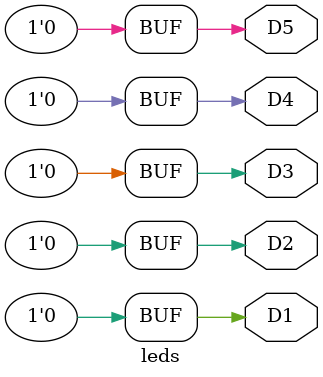
<source format=v>

module leds(output wire D1,
            output wire D2,
            output wire D3,
            output wire D4,
            output wire D5);

assign D1 = 1'b0;
assign D2 = 1'b0;
assign D3 = 1'b0;
assign D4 = 1'b0;
assign D5 = 1'b0;

endmodule

</source>
